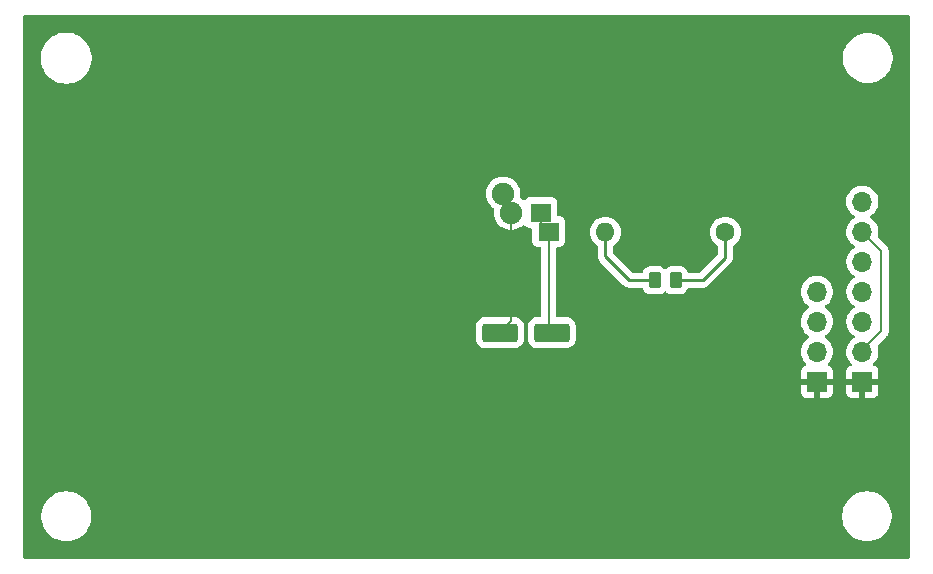
<source format=gbr>
%TF.GenerationSoftware,KiCad,Pcbnew,(6.99.0-1533-gf0f33ef1d3)*%
%TF.CreationDate,2022-04-06T09:11:22+02:00*%
%TF.ProjectId,freeDSP-aurora-extension-i2C-mod-display,66726565-4453-4502-9d61-75726f72612d,v1.2*%
%TF.SameCoordinates,Original*%
%TF.FileFunction,Copper,L1,Top*%
%TF.FilePolarity,Positive*%
%FSLAX46Y46*%
G04 Gerber Fmt 4.6, Leading zero omitted, Abs format (unit mm)*
G04 Created by KiCad (PCBNEW (6.99.0-1533-gf0f33ef1d3)) date 2022-04-06 09:11:22*
%MOMM*%
%LPD*%
G01*
G04 APERTURE LIST*
G04 Aperture macros list*
%AMRoundRect*
0 Rectangle with rounded corners*
0 $1 Rounding radius*
0 $2 $3 $4 $5 $6 $7 $8 $9 X,Y pos of 4 corners*
0 Add a 4 corners polygon primitive as box body*
4,1,4,$2,$3,$4,$5,$6,$7,$8,$9,$2,$3,0*
0 Add four circle primitives for the rounded corners*
1,1,$1+$1,$2,$3*
1,1,$1+$1,$4,$5*
1,1,$1+$1,$6,$7*
1,1,$1+$1,$8,$9*
0 Add four rect primitives between the rounded corners*
20,1,$1+$1,$2,$3,$4,$5,0*
20,1,$1+$1,$4,$5,$6,$7,0*
20,1,$1+$1,$6,$7,$8,$9,0*
20,1,$1+$1,$8,$9,$2,$3,0*%
G04 Aperture macros list end*
%TA.AperFunction,ComponentPad*%
%ADD10R,1.700000X1.700000*%
%TD*%
%TA.AperFunction,ComponentPad*%
%ADD11O,1.700000X1.700000*%
%TD*%
%TA.AperFunction,SMDPad,CuDef*%
%ADD12RoundRect,0.250000X0.262500X0.450000X-0.262500X0.450000X-0.262500X-0.450000X0.262500X-0.450000X0*%
%TD*%
%TA.AperFunction,ComponentPad*%
%ADD13R,1.800000X1.600000*%
%TD*%
%TA.AperFunction,ComponentPad*%
%ADD14C,1.900000*%
%TD*%
%TA.AperFunction,ComponentPad*%
%ADD15C,1.600000*%
%TD*%
%TA.AperFunction,ComponentPad*%
%ADD16O,1.600000X1.600000*%
%TD*%
%TA.AperFunction,SMDPad,CuDef*%
%ADD17RoundRect,0.250000X1.250000X0.550000X-1.250000X0.550000X-1.250000X-0.550000X1.250000X-0.550000X0*%
%TD*%
%TA.AperFunction,Conductor*%
%ADD18C,0.250000*%
%TD*%
%TA.AperFunction,Conductor*%
%ADD19C,0.200000*%
%TD*%
G04 APERTURE END LIST*
D10*
%TO.P,J1,1*%
%TO.N,GND*%
X165988999Y-106641999D03*
D11*
%TO.P,J1,2*%
%TO.N,N/C*%
X165988999Y-104101999D03*
%TO.P,J1,3*%
X165988999Y-101561999D03*
%TO.P,J1,4*%
X165988999Y-99021999D03*
%TD*%
D12*
%TO.P,R1,1*%
%TO.N,N/C*%
X154074500Y-98044000D03*
%TO.P,R1,2*%
X152249500Y-98044000D03*
%TD*%
D13*
%TO.P,C1,1*%
%TO.N,N/C*%
X143266613Y-93928999D03*
X142595676Y-92328999D03*
D14*
%TO.P,C1,2*%
X140095677Y-92329000D03*
X139424740Y-90729000D03*
%TD*%
D15*
%TO.P,R1,1*%
%TO.N,N/C*%
X158242000Y-93980000D03*
D16*
%TO.P,R1,2*%
X148081999Y-93979999D03*
%TD*%
D17*
%TO.P,c1,1*%
%TO.N,N/C*%
X143551000Y-102489000D03*
%TO.P,c1,2*%
X139151000Y-102489000D03*
%TD*%
D10*
%TO.P,J2,1*%
%TO.N,GND*%
X169838999Y-106641999D03*
D11*
%TO.P,J2,2*%
%TO.N,N/C*%
X169838999Y-104101999D03*
%TO.P,J2,3*%
X169838999Y-101561999D03*
%TO.P,J2,4*%
X169838999Y-99021999D03*
%TO.P,J2,5*%
X169838999Y-96481999D03*
%TO.P,J2,6*%
X169838999Y-93941999D03*
%TO.P,J2,7*%
X169838999Y-91401999D03*
%TD*%
D18*
%TO.N,*%
X154074500Y-98044000D02*
X156337000Y-98044000D01*
D19*
X171450000Y-95553000D02*
X169839000Y-93942000D01*
X171450000Y-102362000D02*
X171450000Y-95553000D01*
D18*
X152249500Y-98044000D02*
X150114000Y-98044000D01*
D19*
X142595677Y-93258063D02*
X143266614Y-93929000D01*
D18*
X156337000Y-98044000D02*
X158242000Y-96139000D01*
X150114000Y-98044000D02*
X148082000Y-96012000D01*
D19*
X169755500Y-104056500D02*
X171450000Y-102362000D01*
X143551000Y-102489000D02*
X143266614Y-102204614D01*
X143266614Y-102204614D02*
X143266614Y-93929000D01*
X142595677Y-92329000D02*
X142595677Y-93258063D01*
D18*
X158242000Y-96139000D02*
X158242000Y-93980000D01*
X148082000Y-96012000D02*
X148082000Y-93980000D01*
D19*
%TO.N,GND*%
X140095677Y-101544323D02*
X140095677Y-92329000D01*
X139424740Y-91658063D02*
X140095677Y-92329000D01*
X139151000Y-102489000D02*
X140095677Y-101544323D01*
X139424740Y-90729000D02*
X139424740Y-91658063D01*
%TD*%
%TA.AperFunction,Conductor*%
%TO.N,GND*%
G36*
X173788621Y-75585502D02*
G01*
X173835114Y-75639158D01*
X173846500Y-75691500D01*
X173846500Y-121539500D01*
X173826498Y-121607621D01*
X173772842Y-121654114D01*
X173720500Y-121665500D01*
X98932500Y-121665500D01*
X98864379Y-121645498D01*
X98817886Y-121591842D01*
X98806500Y-121539500D01*
X98806500Y-118186225D01*
X100330500Y-118186225D01*
X100369777Y-118471989D01*
X100447600Y-118749744D01*
X100562519Y-119014314D01*
X100712394Y-119260772D01*
X100894432Y-119484526D01*
X101105242Y-119681409D01*
X101340897Y-119847753D01*
X101597008Y-119980459D01*
X101868804Y-120077055D01*
X101873006Y-120077928D01*
X101873009Y-120077929D01*
X102147010Y-120134867D01*
X102147014Y-120134868D01*
X102151222Y-120135742D01*
X102155516Y-120136036D01*
X102155518Y-120136036D01*
X102364832Y-120150354D01*
X102364841Y-120150354D01*
X102366971Y-120150500D01*
X102511029Y-120150500D01*
X102513159Y-120150354D01*
X102513168Y-120150354D01*
X102722482Y-120136036D01*
X102722484Y-120136036D01*
X102726778Y-120135742D01*
X102730986Y-120134868D01*
X102730990Y-120134867D01*
X103004991Y-120077929D01*
X103004994Y-120077928D01*
X103009196Y-120077055D01*
X103280992Y-119980459D01*
X103537103Y-119847753D01*
X103772758Y-119681409D01*
X103983568Y-119484526D01*
X104165606Y-119260772D01*
X104315481Y-119014314D01*
X104430400Y-118749744D01*
X104508223Y-118471989D01*
X104547500Y-118186225D01*
X168120500Y-118186225D01*
X168159777Y-118471989D01*
X168237600Y-118749744D01*
X168352519Y-119014314D01*
X168502394Y-119260772D01*
X168684432Y-119484526D01*
X168895242Y-119681409D01*
X169130897Y-119847753D01*
X169387008Y-119980459D01*
X169658804Y-120077055D01*
X169663006Y-120077928D01*
X169663009Y-120077929D01*
X169937010Y-120134867D01*
X169937014Y-120134868D01*
X169941222Y-120135742D01*
X169945516Y-120136036D01*
X169945518Y-120136036D01*
X170154832Y-120150354D01*
X170154841Y-120150354D01*
X170156971Y-120150500D01*
X170301029Y-120150500D01*
X170303159Y-120150354D01*
X170303168Y-120150354D01*
X170512482Y-120136036D01*
X170512484Y-120136036D01*
X170516778Y-120135742D01*
X170520986Y-120134868D01*
X170520990Y-120134867D01*
X170794991Y-120077929D01*
X170794994Y-120077928D01*
X170799196Y-120077055D01*
X171070992Y-119980459D01*
X171327103Y-119847753D01*
X171562758Y-119681409D01*
X171773568Y-119484526D01*
X171955606Y-119260772D01*
X172105481Y-119014314D01*
X172220400Y-118749744D01*
X172298223Y-118471989D01*
X172337500Y-118186225D01*
X172337500Y-117897775D01*
X172298223Y-117612011D01*
X172220400Y-117334256D01*
X172105481Y-117069686D01*
X171955606Y-116823228D01*
X171773568Y-116599474D01*
X171562758Y-116402591D01*
X171327103Y-116236247D01*
X171070992Y-116103541D01*
X170799196Y-116006945D01*
X170794994Y-116006072D01*
X170794991Y-116006071D01*
X170520990Y-115949133D01*
X170520986Y-115949132D01*
X170516778Y-115948258D01*
X170512484Y-115947964D01*
X170512482Y-115947964D01*
X170303168Y-115933646D01*
X170303159Y-115933646D01*
X170301029Y-115933500D01*
X170156971Y-115933500D01*
X170154841Y-115933646D01*
X170154832Y-115933646D01*
X169945518Y-115947964D01*
X169945516Y-115947964D01*
X169941222Y-115948258D01*
X169937014Y-115949132D01*
X169937010Y-115949133D01*
X169663009Y-116006071D01*
X169663006Y-116006072D01*
X169658804Y-116006945D01*
X169387008Y-116103541D01*
X169130897Y-116236247D01*
X168895242Y-116402591D01*
X168684432Y-116599474D01*
X168502394Y-116823228D01*
X168352519Y-117069686D01*
X168237600Y-117334256D01*
X168159777Y-117612011D01*
X168120500Y-117897775D01*
X168120500Y-118186225D01*
X104547500Y-118186225D01*
X104547500Y-117897775D01*
X104508223Y-117612011D01*
X104430400Y-117334256D01*
X104315481Y-117069686D01*
X104165606Y-116823228D01*
X103983568Y-116599474D01*
X103772758Y-116402591D01*
X103537103Y-116236247D01*
X103280992Y-116103541D01*
X103009196Y-116006945D01*
X103004994Y-116006072D01*
X103004991Y-116006071D01*
X102730990Y-115949133D01*
X102730986Y-115949132D01*
X102726778Y-115948258D01*
X102722484Y-115947964D01*
X102722482Y-115947964D01*
X102513168Y-115933646D01*
X102513159Y-115933646D01*
X102511029Y-115933500D01*
X102366971Y-115933500D01*
X102364841Y-115933646D01*
X102364832Y-115933646D01*
X102155518Y-115947964D01*
X102155516Y-115947964D01*
X102151222Y-115948258D01*
X102147014Y-115949132D01*
X102147010Y-115949133D01*
X101873009Y-116006071D01*
X101873006Y-116006072D01*
X101868804Y-116006945D01*
X101597008Y-116103541D01*
X101340897Y-116236247D01*
X101105242Y-116402591D01*
X100894432Y-116599474D01*
X100712394Y-116823228D01*
X100562519Y-117069686D01*
X100447600Y-117334256D01*
X100369777Y-117612011D01*
X100330500Y-117897775D01*
X100330500Y-118186225D01*
X98806500Y-118186225D01*
X98806500Y-107537223D01*
X164631000Y-107537223D01*
X164631360Y-107543938D01*
X164636662Y-107593257D01*
X164640259Y-107608478D01*
X164685405Y-107729520D01*
X164693954Y-107745176D01*
X164770698Y-107847693D01*
X164783307Y-107860302D01*
X164885824Y-107937046D01*
X164901480Y-107945595D01*
X165022522Y-107990741D01*
X165037743Y-107994338D01*
X165087062Y-107999640D01*
X165093777Y-108000000D01*
X165716885Y-108000000D01*
X165732124Y-107995525D01*
X165733329Y-107994135D01*
X165735000Y-107986452D01*
X165735000Y-107981885D01*
X166243000Y-107981885D01*
X166247475Y-107997124D01*
X166248865Y-107998329D01*
X166256548Y-108000000D01*
X166884223Y-108000000D01*
X166890938Y-107999640D01*
X166940257Y-107994338D01*
X166955478Y-107990741D01*
X167076520Y-107945595D01*
X167092176Y-107937046D01*
X167194693Y-107860302D01*
X167207302Y-107847693D01*
X167284046Y-107745176D01*
X167292595Y-107729520D01*
X167337741Y-107608478D01*
X167341338Y-107593257D01*
X167346640Y-107543938D01*
X167347000Y-107537223D01*
X168481000Y-107537223D01*
X168481360Y-107543938D01*
X168486662Y-107593257D01*
X168490259Y-107608478D01*
X168535405Y-107729520D01*
X168543954Y-107745176D01*
X168620698Y-107847693D01*
X168633307Y-107860302D01*
X168735824Y-107937046D01*
X168751480Y-107945595D01*
X168872522Y-107990741D01*
X168887743Y-107994338D01*
X168937062Y-107999640D01*
X168943777Y-108000000D01*
X169566885Y-108000000D01*
X169582124Y-107995525D01*
X169583329Y-107994135D01*
X169585000Y-107986452D01*
X169585000Y-107981885D01*
X170093000Y-107981885D01*
X170097475Y-107997124D01*
X170098865Y-107998329D01*
X170106548Y-108000000D01*
X170734223Y-108000000D01*
X170740938Y-107999640D01*
X170790257Y-107994338D01*
X170805478Y-107990741D01*
X170926520Y-107945595D01*
X170942176Y-107937046D01*
X171044693Y-107860302D01*
X171057302Y-107847693D01*
X171134046Y-107745176D01*
X171142595Y-107729520D01*
X171187741Y-107608478D01*
X171191338Y-107593257D01*
X171196640Y-107543938D01*
X171197000Y-107537223D01*
X171197000Y-106914115D01*
X171192525Y-106898876D01*
X171191135Y-106897671D01*
X171183452Y-106896000D01*
X170111115Y-106896000D01*
X170095876Y-106900475D01*
X170094671Y-106901865D01*
X170093000Y-106909548D01*
X170093000Y-107981885D01*
X169585000Y-107981885D01*
X169585000Y-106914115D01*
X169580525Y-106898876D01*
X169579135Y-106897671D01*
X169571452Y-106896000D01*
X168499115Y-106896000D01*
X168483876Y-106900475D01*
X168482671Y-106901865D01*
X168481000Y-106909548D01*
X168481000Y-107537223D01*
X167347000Y-107537223D01*
X167347000Y-106914115D01*
X167342525Y-106898876D01*
X167341135Y-106897671D01*
X167333452Y-106896000D01*
X166261115Y-106896000D01*
X166245876Y-106900475D01*
X166244671Y-106901865D01*
X166243000Y-106909548D01*
X166243000Y-107981885D01*
X165735000Y-107981885D01*
X165735000Y-106914115D01*
X165730525Y-106898876D01*
X165729135Y-106897671D01*
X165721452Y-106896000D01*
X164649115Y-106896000D01*
X164633876Y-106900475D01*
X164632671Y-106901865D01*
X164631000Y-106909548D01*
X164631000Y-107537223D01*
X98806500Y-107537223D01*
X98806500Y-104102000D01*
X164625844Y-104102000D01*
X164644436Y-104326368D01*
X164699704Y-104544616D01*
X164790140Y-104750791D01*
X164913278Y-104939268D01*
X164916803Y-104943097D01*
X164916806Y-104943101D01*
X165056841Y-105095217D01*
X165088262Y-105158882D01*
X165080275Y-105229428D01*
X165035417Y-105284457D01*
X165008173Y-105298611D01*
X164901478Y-105338406D01*
X164885824Y-105346954D01*
X164783307Y-105423698D01*
X164770698Y-105436307D01*
X164693954Y-105538824D01*
X164685405Y-105554480D01*
X164640259Y-105675522D01*
X164636662Y-105690743D01*
X164631360Y-105740062D01*
X164631000Y-105746777D01*
X164631000Y-106369885D01*
X164635475Y-106385124D01*
X164636865Y-106386329D01*
X164644548Y-106388000D01*
X167328885Y-106388000D01*
X167344124Y-106383525D01*
X167345329Y-106382135D01*
X167347000Y-106374452D01*
X167347000Y-105746777D01*
X167346640Y-105740062D01*
X167341338Y-105690743D01*
X167337741Y-105675522D01*
X167292595Y-105554480D01*
X167284046Y-105538824D01*
X167207302Y-105436307D01*
X167194693Y-105423698D01*
X167092176Y-105346954D01*
X167076522Y-105338406D01*
X166969827Y-105298611D01*
X166912992Y-105256064D01*
X166888181Y-105189544D01*
X166903273Y-105120169D01*
X166921159Y-105095217D01*
X167061194Y-104943101D01*
X167061197Y-104943097D01*
X167064722Y-104939268D01*
X167187860Y-104750791D01*
X167278296Y-104544616D01*
X167333564Y-104326368D01*
X167352156Y-104102000D01*
X168475844Y-104102000D01*
X168494436Y-104326368D01*
X168549704Y-104544616D01*
X168640140Y-104750791D01*
X168763278Y-104939268D01*
X168766803Y-104943097D01*
X168766806Y-104943101D01*
X168906841Y-105095217D01*
X168938262Y-105158882D01*
X168930275Y-105229428D01*
X168885417Y-105284457D01*
X168858173Y-105298611D01*
X168751478Y-105338406D01*
X168735824Y-105346954D01*
X168633307Y-105423698D01*
X168620698Y-105436307D01*
X168543954Y-105538824D01*
X168535405Y-105554480D01*
X168490259Y-105675522D01*
X168486662Y-105690743D01*
X168481360Y-105740062D01*
X168481000Y-105746777D01*
X168481000Y-106369885D01*
X168485475Y-106385124D01*
X168486865Y-106386329D01*
X168494548Y-106388000D01*
X171178885Y-106388000D01*
X171194124Y-106383525D01*
X171195329Y-106382135D01*
X171197000Y-106374452D01*
X171197000Y-105746777D01*
X171196640Y-105740062D01*
X171191338Y-105690743D01*
X171187741Y-105675522D01*
X171142595Y-105554480D01*
X171134046Y-105538824D01*
X171057302Y-105436307D01*
X171044693Y-105423698D01*
X170942176Y-105346954D01*
X170926522Y-105338406D01*
X170819827Y-105298611D01*
X170762992Y-105256064D01*
X170738181Y-105189544D01*
X170753273Y-105120169D01*
X170771159Y-105095217D01*
X170911194Y-104943101D01*
X170911197Y-104943097D01*
X170914722Y-104939268D01*
X171037860Y-104750791D01*
X171128296Y-104544616D01*
X171183564Y-104326368D01*
X171202156Y-104102000D01*
X171183564Y-103877632D01*
X171163272Y-103797499D01*
X171129578Y-103664446D01*
X171129578Y-103664445D01*
X171128296Y-103659384D01*
X171126200Y-103654606D01*
X171124509Y-103649679D01*
X171126583Y-103648967D01*
X171118731Y-103587748D01*
X171154066Y-103518483D01*
X171846234Y-102826315D01*
X171858625Y-102815448D01*
X171877437Y-102801013D01*
X171883987Y-102795987D01*
X171908474Y-102764075D01*
X171908478Y-102764071D01*
X171981524Y-102668876D01*
X172042838Y-102520851D01*
X172055943Y-102421304D01*
X172058500Y-102401885D01*
X172058500Y-102401880D01*
X172063750Y-102362000D01*
X172059578Y-102330307D01*
X172058500Y-102313864D01*
X172058500Y-95601136D01*
X172059578Y-95584690D01*
X172062672Y-95561188D01*
X172063750Y-95553000D01*
X172058500Y-95513120D01*
X172058500Y-95513115D01*
X172042838Y-95394150D01*
X172040640Y-95388843D01*
X172022071Y-95344012D01*
X171998509Y-95287129D01*
X171981524Y-95246124D01*
X171974631Y-95237140D01*
X171908483Y-95150936D01*
X171908477Y-95150928D01*
X171908474Y-95150925D01*
X171883987Y-95119013D01*
X171877432Y-95113983D01*
X171858621Y-95099548D01*
X171846230Y-95088681D01*
X171181722Y-94424173D01*
X171147696Y-94361861D01*
X171148673Y-94304146D01*
X171182284Y-94171423D01*
X171182284Y-94171422D01*
X171183564Y-94166368D01*
X171202156Y-93942000D01*
X171186057Y-93747716D01*
X171183995Y-93722828D01*
X171183994Y-93722823D01*
X171183564Y-93717632D01*
X171181925Y-93711158D01*
X171129578Y-93504446D01*
X171129578Y-93504445D01*
X171128296Y-93499384D01*
X171085289Y-93401337D01*
X171039954Y-93297982D01*
X171039952Y-93297978D01*
X171037860Y-93293209D01*
X170997701Y-93231740D01*
X170917573Y-93109096D01*
X170914722Y-93104732D01*
X170911197Y-93100903D01*
X170911194Y-93100899D01*
X170765772Y-92942931D01*
X170762240Y-92939094D01*
X170638108Y-92842477D01*
X170588689Y-92804012D01*
X170588687Y-92804010D01*
X170584576Y-92800811D01*
X170551320Y-92782814D01*
X170500929Y-92732801D01*
X170485577Y-92663484D01*
X170510137Y-92596871D01*
X170551320Y-92561186D01*
X170579995Y-92545668D01*
X170584576Y-92543189D01*
X170762240Y-92404906D01*
X170836894Y-92323811D01*
X170911194Y-92243101D01*
X170911197Y-92243097D01*
X170914722Y-92239268D01*
X171010082Y-92093309D01*
X171035008Y-92055157D01*
X171035010Y-92055153D01*
X171037860Y-92050791D01*
X171067337Y-91983591D01*
X171126200Y-91849394D01*
X171128296Y-91844616D01*
X171183564Y-91626368D01*
X171195384Y-91483731D01*
X171201726Y-91407189D01*
X171202156Y-91402000D01*
X171192978Y-91291237D01*
X171183995Y-91182828D01*
X171183994Y-91182823D01*
X171183564Y-91177632D01*
X171128296Y-90959384D01*
X171037860Y-90753209D01*
X171022044Y-90729000D01*
X170917573Y-90569096D01*
X170914722Y-90564732D01*
X170911197Y-90560903D01*
X170911194Y-90560899D01*
X170765772Y-90402931D01*
X170762240Y-90399094D01*
X170584576Y-90260811D01*
X170386574Y-90153658D01*
X170173635Y-90080556D01*
X170168501Y-90079699D01*
X170168496Y-90079698D01*
X169956706Y-90044357D01*
X169956704Y-90044357D01*
X169951569Y-90043500D01*
X169726431Y-90043500D01*
X169721296Y-90044357D01*
X169721294Y-90044357D01*
X169509504Y-90079698D01*
X169509499Y-90079699D01*
X169504365Y-90080556D01*
X169291426Y-90153658D01*
X169093424Y-90260811D01*
X168915760Y-90399094D01*
X168912228Y-90402931D01*
X168766806Y-90560899D01*
X168766803Y-90560903D01*
X168763278Y-90564732D01*
X168760427Y-90569096D01*
X168655957Y-90729000D01*
X168640140Y-90753209D01*
X168549704Y-90959384D01*
X168494436Y-91177632D01*
X168494006Y-91182823D01*
X168494005Y-91182828D01*
X168485022Y-91291237D01*
X168475844Y-91402000D01*
X168476274Y-91407189D01*
X168482617Y-91483731D01*
X168494436Y-91626368D01*
X168549704Y-91844616D01*
X168551800Y-91849394D01*
X168610664Y-91983591D01*
X168640140Y-92050791D01*
X168642990Y-92055153D01*
X168642992Y-92055157D01*
X168667918Y-92093309D01*
X168763278Y-92239268D01*
X168766803Y-92243097D01*
X168766806Y-92243101D01*
X168841106Y-92323811D01*
X168915760Y-92404906D01*
X169093424Y-92543189D01*
X169098005Y-92545668D01*
X169126680Y-92561186D01*
X169177071Y-92611199D01*
X169192423Y-92680516D01*
X169167863Y-92747129D01*
X169126681Y-92782813D01*
X169093424Y-92800811D01*
X169089313Y-92804010D01*
X169089311Y-92804012D01*
X169039892Y-92842477D01*
X168915760Y-92939094D01*
X168912228Y-92942931D01*
X168766806Y-93100899D01*
X168766803Y-93100903D01*
X168763278Y-93104732D01*
X168760427Y-93109096D01*
X168680300Y-93231740D01*
X168640140Y-93293209D01*
X168638048Y-93297978D01*
X168638046Y-93297982D01*
X168592711Y-93401337D01*
X168549704Y-93499384D01*
X168548422Y-93504445D01*
X168548422Y-93504446D01*
X168496075Y-93711158D01*
X168494436Y-93717632D01*
X168494006Y-93722823D01*
X168494005Y-93722828D01*
X168491943Y-93747716D01*
X168475844Y-93942000D01*
X168476274Y-93947189D01*
X168479447Y-93985475D01*
X168494436Y-94166368D01*
X168549704Y-94384616D01*
X168640140Y-94590791D01*
X168642990Y-94595153D01*
X168642992Y-94595157D01*
X168670166Y-94636749D01*
X168763278Y-94779268D01*
X168766803Y-94783097D01*
X168766806Y-94783101D01*
X168810318Y-94830367D01*
X168915760Y-94944906D01*
X168919879Y-94948112D01*
X168963805Y-94982301D01*
X169093424Y-95083189D01*
X169120163Y-95097659D01*
X169126680Y-95101186D01*
X169177071Y-95151199D01*
X169192423Y-95220516D01*
X169167863Y-95287129D01*
X169126681Y-95322813D01*
X169093424Y-95340811D01*
X169089313Y-95344010D01*
X169089311Y-95344012D01*
X169034695Y-95386522D01*
X168915760Y-95479094D01*
X168912228Y-95482931D01*
X168766806Y-95640899D01*
X168766803Y-95640903D01*
X168763278Y-95644732D01*
X168760427Y-95649096D01*
X168694768Y-95749595D01*
X168640140Y-95833209D01*
X168638048Y-95837978D01*
X168638046Y-95837982D01*
X168588074Y-95951909D01*
X168549704Y-96039384D01*
X168548422Y-96044445D01*
X168548422Y-96044446D01*
X168514332Y-96179065D01*
X168494436Y-96257632D01*
X168494006Y-96262823D01*
X168494005Y-96262828D01*
X168481146Y-96418011D01*
X168475844Y-96482000D01*
X168477024Y-96496237D01*
X168488639Y-96636407D01*
X168494436Y-96706368D01*
X168495717Y-96711426D01*
X168495717Y-96711427D01*
X168543364Y-96899578D01*
X168549704Y-96924616D01*
X168551800Y-96929394D01*
X168631540Y-97111184D01*
X168640140Y-97130791D01*
X168763278Y-97319268D01*
X168766803Y-97323097D01*
X168766806Y-97323101D01*
X168847264Y-97410500D01*
X168915760Y-97484906D01*
X168919879Y-97488112D01*
X169087400Y-97618500D01*
X169093424Y-97623189D01*
X169098005Y-97625668D01*
X169126680Y-97641186D01*
X169177071Y-97691199D01*
X169192423Y-97760516D01*
X169167863Y-97827129D01*
X169126681Y-97862813D01*
X169093424Y-97880811D01*
X168915760Y-98019094D01*
X168912228Y-98022931D01*
X168766806Y-98180899D01*
X168766803Y-98180903D01*
X168763278Y-98184732D01*
X168640140Y-98373209D01*
X168638048Y-98377978D01*
X168638046Y-98377982D01*
X168609747Y-98442498D01*
X168549704Y-98579384D01*
X168548422Y-98584445D01*
X168548422Y-98584446D01*
X168524842Y-98677562D01*
X168494436Y-98797632D01*
X168494006Y-98802823D01*
X168494005Y-98802828D01*
X168492335Y-98822981D01*
X168475844Y-99022000D01*
X168476274Y-99027189D01*
X168493886Y-99239725D01*
X168494436Y-99246368D01*
X168495717Y-99251426D01*
X168495717Y-99251427D01*
X168495989Y-99252499D01*
X168549704Y-99464616D01*
X168640140Y-99670791D01*
X168763278Y-99859268D01*
X168766803Y-99863097D01*
X168766806Y-99863101D01*
X168836500Y-99938808D01*
X168915760Y-100024906D01*
X168919879Y-100028112D01*
X169087400Y-100158500D01*
X169093424Y-100163189D01*
X169098005Y-100165668D01*
X169126680Y-100181186D01*
X169177071Y-100231199D01*
X169192423Y-100300516D01*
X169167863Y-100367129D01*
X169126681Y-100402813D01*
X169093424Y-100420811D01*
X168915760Y-100559094D01*
X168912228Y-100562931D01*
X168766806Y-100720899D01*
X168766803Y-100720903D01*
X168763278Y-100724732D01*
X168640140Y-100913209D01*
X168549704Y-101119384D01*
X168548422Y-101124445D01*
X168548422Y-101124446D01*
X168517416Y-101246885D01*
X168494436Y-101337632D01*
X168475844Y-101562000D01*
X168476274Y-101567189D01*
X168493747Y-101778050D01*
X168494436Y-101786368D01*
X168495717Y-101791426D01*
X168495717Y-101791427D01*
X168521100Y-101891660D01*
X168549704Y-102004616D01*
X168640140Y-102210791D01*
X168642990Y-102215153D01*
X168642992Y-102215157D01*
X168732448Y-102352079D01*
X168763278Y-102399268D01*
X168766803Y-102403097D01*
X168766806Y-102403101D01*
X168867666Y-102512663D01*
X168915760Y-102564906D01*
X169093424Y-102703189D01*
X169098005Y-102705668D01*
X169126680Y-102721186D01*
X169177071Y-102771199D01*
X169192423Y-102840516D01*
X169167863Y-102907129D01*
X169126681Y-102942813D01*
X169093424Y-102960811D01*
X168915760Y-103099094D01*
X168912228Y-103102931D01*
X168766806Y-103260899D01*
X168766803Y-103260903D01*
X168763278Y-103264732D01*
X168640140Y-103453209D01*
X168638048Y-103457978D01*
X168638046Y-103457982D01*
X168614066Y-103512652D01*
X168549704Y-103659384D01*
X168548422Y-103664445D01*
X168548422Y-103664446D01*
X168514728Y-103797499D01*
X168494436Y-103877632D01*
X168475844Y-104102000D01*
X167352156Y-104102000D01*
X167333564Y-103877632D01*
X167313272Y-103797499D01*
X167279578Y-103664446D01*
X167279578Y-103664445D01*
X167278296Y-103659384D01*
X167213934Y-103512652D01*
X167189954Y-103457982D01*
X167189952Y-103457978D01*
X167187860Y-103453209D01*
X167064722Y-103264732D01*
X167061197Y-103260903D01*
X167061194Y-103260899D01*
X166915772Y-103102931D01*
X166912240Y-103099094D01*
X166734576Y-102960811D01*
X166701320Y-102942814D01*
X166650929Y-102892801D01*
X166635577Y-102823484D01*
X166660137Y-102756871D01*
X166701320Y-102721186D01*
X166729995Y-102705668D01*
X166734576Y-102703189D01*
X166912240Y-102564906D01*
X166960334Y-102512663D01*
X167061194Y-102403101D01*
X167061197Y-102403097D01*
X167064722Y-102399268D01*
X167095552Y-102352079D01*
X167185008Y-102215157D01*
X167185010Y-102215153D01*
X167187860Y-102210791D01*
X167278296Y-102004616D01*
X167306901Y-101891660D01*
X167332283Y-101791427D01*
X167332283Y-101791426D01*
X167333564Y-101786368D01*
X167334254Y-101778050D01*
X167351726Y-101567189D01*
X167352156Y-101562000D01*
X167333564Y-101337632D01*
X167310584Y-101246885D01*
X167279578Y-101124446D01*
X167279578Y-101124445D01*
X167278296Y-101119384D01*
X167187860Y-100913209D01*
X167064722Y-100724732D01*
X167061197Y-100720903D01*
X167061194Y-100720899D01*
X166915772Y-100562931D01*
X166912240Y-100559094D01*
X166734576Y-100420811D01*
X166701320Y-100402814D01*
X166650929Y-100352801D01*
X166635577Y-100283484D01*
X166660137Y-100216871D01*
X166701320Y-100181186D01*
X166729995Y-100165668D01*
X166734576Y-100163189D01*
X166740601Y-100158500D01*
X166908121Y-100028112D01*
X166912240Y-100024906D01*
X166991500Y-99938808D01*
X167061194Y-99863101D01*
X167061197Y-99863097D01*
X167064722Y-99859268D01*
X167187860Y-99670791D01*
X167278296Y-99464616D01*
X167332012Y-99252499D01*
X167332283Y-99251427D01*
X167332283Y-99251426D01*
X167333564Y-99246368D01*
X167334115Y-99239725D01*
X167351726Y-99027189D01*
X167352156Y-99022000D01*
X167335665Y-98822981D01*
X167333995Y-98802828D01*
X167333994Y-98802823D01*
X167333564Y-98797632D01*
X167303158Y-98677562D01*
X167279578Y-98584446D01*
X167279578Y-98584445D01*
X167278296Y-98579384D01*
X167218253Y-98442498D01*
X167189954Y-98377982D01*
X167189952Y-98377978D01*
X167187860Y-98373209D01*
X167064722Y-98184732D01*
X167061197Y-98180903D01*
X167061194Y-98180899D01*
X166915772Y-98022931D01*
X166912240Y-98019094D01*
X166734576Y-97880811D01*
X166536574Y-97773658D01*
X166323635Y-97700556D01*
X166318501Y-97699699D01*
X166318496Y-97699698D01*
X166106706Y-97664357D01*
X166106704Y-97664357D01*
X166101569Y-97663500D01*
X165876431Y-97663500D01*
X165871296Y-97664357D01*
X165871294Y-97664357D01*
X165659504Y-97699698D01*
X165659499Y-97699699D01*
X165654365Y-97700556D01*
X165441426Y-97773658D01*
X165243424Y-97880811D01*
X165065760Y-98019094D01*
X165062228Y-98022931D01*
X164916806Y-98180899D01*
X164916803Y-98180903D01*
X164913278Y-98184732D01*
X164790140Y-98373209D01*
X164788048Y-98377978D01*
X164788046Y-98377982D01*
X164759747Y-98442498D01*
X164699704Y-98579384D01*
X164698422Y-98584445D01*
X164698422Y-98584446D01*
X164674842Y-98677562D01*
X164644436Y-98797632D01*
X164644006Y-98802823D01*
X164644005Y-98802828D01*
X164642335Y-98822981D01*
X164625844Y-99022000D01*
X164626274Y-99027189D01*
X164643886Y-99239725D01*
X164644436Y-99246368D01*
X164645717Y-99251426D01*
X164645717Y-99251427D01*
X164645989Y-99252499D01*
X164699704Y-99464616D01*
X164790140Y-99670791D01*
X164913278Y-99859268D01*
X164916803Y-99863097D01*
X164916806Y-99863101D01*
X164986500Y-99938808D01*
X165065760Y-100024906D01*
X165069879Y-100028112D01*
X165237400Y-100158500D01*
X165243424Y-100163189D01*
X165248005Y-100165668D01*
X165276680Y-100181186D01*
X165327071Y-100231199D01*
X165342423Y-100300516D01*
X165317863Y-100367129D01*
X165276681Y-100402813D01*
X165243424Y-100420811D01*
X165065760Y-100559094D01*
X165062228Y-100562931D01*
X164916806Y-100720899D01*
X164916803Y-100720903D01*
X164913278Y-100724732D01*
X164790140Y-100913209D01*
X164699704Y-101119384D01*
X164698422Y-101124445D01*
X164698422Y-101124446D01*
X164667416Y-101246885D01*
X164644436Y-101337632D01*
X164625844Y-101562000D01*
X164626274Y-101567189D01*
X164643747Y-101778050D01*
X164644436Y-101786368D01*
X164645717Y-101791426D01*
X164645717Y-101791427D01*
X164671100Y-101891660D01*
X164699704Y-102004616D01*
X164790140Y-102210791D01*
X164792990Y-102215153D01*
X164792992Y-102215157D01*
X164882448Y-102352079D01*
X164913278Y-102399268D01*
X164916803Y-102403097D01*
X164916806Y-102403101D01*
X165017666Y-102512663D01*
X165065760Y-102564906D01*
X165243424Y-102703189D01*
X165248005Y-102705668D01*
X165276680Y-102721186D01*
X165327071Y-102771199D01*
X165342423Y-102840516D01*
X165317863Y-102907129D01*
X165276681Y-102942813D01*
X165243424Y-102960811D01*
X165065760Y-103099094D01*
X165062228Y-103102931D01*
X164916806Y-103260899D01*
X164916803Y-103260903D01*
X164913278Y-103264732D01*
X164790140Y-103453209D01*
X164788048Y-103457978D01*
X164788046Y-103457982D01*
X164764066Y-103512652D01*
X164699704Y-103659384D01*
X164698422Y-103664445D01*
X164698422Y-103664446D01*
X164664728Y-103797499D01*
X164644436Y-103877632D01*
X164625844Y-104102000D01*
X98806500Y-104102000D01*
X98806500Y-101888455D01*
X137142500Y-101888455D01*
X137142501Y-103089544D01*
X137142826Y-103092721D01*
X137142826Y-103092730D01*
X137147805Y-103141467D01*
X137153113Y-103193426D01*
X137208885Y-103361738D01*
X137301970Y-103512652D01*
X137427348Y-103638030D01*
X137433595Y-103641883D01*
X137433596Y-103641884D01*
X137446234Y-103649679D01*
X137578262Y-103731115D01*
X137641807Y-103752171D01*
X137740048Y-103784725D01*
X137740052Y-103784726D01*
X137746574Y-103786887D01*
X137753408Y-103787585D01*
X137753412Y-103787586D01*
X137847271Y-103797175D01*
X137847277Y-103797175D01*
X137850455Y-103797500D01*
X139150797Y-103797500D01*
X140451544Y-103797499D01*
X140454721Y-103797174D01*
X140454730Y-103797174D01*
X140503467Y-103792195D01*
X140555426Y-103786887D01*
X140723738Y-103731115D01*
X140855766Y-103649679D01*
X140868404Y-103641884D01*
X140868405Y-103641883D01*
X140874652Y-103638030D01*
X141000030Y-103512652D01*
X141093115Y-103361738D01*
X141148887Y-103193426D01*
X141158133Y-103102931D01*
X141159175Y-103092729D01*
X141159175Y-103092723D01*
X141159500Y-103089545D01*
X141159499Y-101888456D01*
X141148887Y-101784574D01*
X141093115Y-101616262D01*
X141000030Y-101465348D01*
X140874652Y-101339970D01*
X140723738Y-101246885D01*
X140660193Y-101225829D01*
X140561952Y-101193275D01*
X140561948Y-101193274D01*
X140555426Y-101191113D01*
X140548592Y-101190415D01*
X140548588Y-101190414D01*
X140454729Y-101180825D01*
X140454723Y-101180825D01*
X140451545Y-101180500D01*
X139151203Y-101180500D01*
X137850456Y-101180501D01*
X137847279Y-101180826D01*
X137847270Y-101180826D01*
X137798533Y-101185805D01*
X137746574Y-101191113D01*
X137578262Y-101246885D01*
X137427348Y-101339970D01*
X137301970Y-101465348D01*
X137208885Y-101616262D01*
X137153113Y-101784574D01*
X137152415Y-101791408D01*
X137152414Y-101791412D01*
X137142825Y-101885270D01*
X137142500Y-101888455D01*
X98806500Y-101888455D01*
X98806500Y-90729000D01*
X137961241Y-90729000D01*
X137981201Y-90969884D01*
X137982482Y-90974942D01*
X137982482Y-90974943D01*
X138035126Y-91182828D01*
X138040537Y-91204197D01*
X138042629Y-91208967D01*
X138042630Y-91208969D01*
X138060220Y-91249069D01*
X138137631Y-91425549D01*
X138269834Y-91627900D01*
X138433539Y-91805731D01*
X138437648Y-91808929D01*
X138437650Y-91808931D01*
X138610919Y-91943792D01*
X138652390Y-92001418D01*
X138655673Y-92074152D01*
X138653419Y-92083056D01*
X138652138Y-92088116D01*
X138632178Y-92329000D01*
X138632608Y-92334189D01*
X138650229Y-92546842D01*
X138652138Y-92569884D01*
X138653419Y-92574942D01*
X138653419Y-92574943D01*
X138709989Y-92798332D01*
X138711474Y-92804197D01*
X138808568Y-93025549D01*
X138940771Y-93227900D01*
X139104476Y-93405731D01*
X139108585Y-93408929D01*
X139108587Y-93408931D01*
X139231305Y-93504446D01*
X139295219Y-93554192D01*
X139299798Y-93556670D01*
X139299801Y-93556672D01*
X139503211Y-93666752D01*
X139503214Y-93666753D01*
X139507796Y-93669233D01*
X139736409Y-93747716D01*
X139741543Y-93748573D01*
X139741548Y-93748574D01*
X139969685Y-93786643D01*
X139969688Y-93786643D01*
X139974822Y-93787500D01*
X140216532Y-93787500D01*
X140221666Y-93786643D01*
X140221669Y-93786643D01*
X140449806Y-93748574D01*
X140449811Y-93748573D01*
X140454945Y-93747716D01*
X140683558Y-93669233D01*
X140688140Y-93666753D01*
X140688143Y-93666752D01*
X140891553Y-93556672D01*
X140891556Y-93556670D01*
X140896135Y-93554192D01*
X140960049Y-93504446D01*
X141082767Y-93408931D01*
X141082769Y-93408929D01*
X141086878Y-93405731D01*
X141090406Y-93401898D01*
X141091016Y-93401337D01*
X141154681Y-93369917D01*
X141225227Y-93377904D01*
X141277220Y-93418529D01*
X141332416Y-93492261D01*
X141339627Y-93497659D01*
X141418459Y-93556672D01*
X141449473Y-93579889D01*
X141586476Y-93630989D01*
X141623382Y-93634957D01*
X141643689Y-93637140D01*
X141643692Y-93637140D01*
X141647039Y-93637500D01*
X141732114Y-93637500D01*
X141800235Y-93657502D01*
X141846728Y-93711158D01*
X141858114Y-93763500D01*
X141858114Y-94777638D01*
X141864625Y-94838201D01*
X141915725Y-94975204D01*
X142003353Y-95092261D01*
X142010564Y-95097659D01*
X142082085Y-95151199D01*
X142120410Y-95179889D01*
X142257413Y-95230989D01*
X142294319Y-95234957D01*
X142314626Y-95237140D01*
X142314629Y-95237140D01*
X142317976Y-95237500D01*
X142532114Y-95237500D01*
X142600235Y-95257502D01*
X142646728Y-95311158D01*
X142658114Y-95363500D01*
X142658114Y-101054501D01*
X142638112Y-101122622D01*
X142584456Y-101169115D01*
X142532114Y-101180501D01*
X142250456Y-101180501D01*
X142247279Y-101180826D01*
X142247270Y-101180826D01*
X142198533Y-101185805D01*
X142146574Y-101191113D01*
X141978262Y-101246885D01*
X141827348Y-101339970D01*
X141701970Y-101465348D01*
X141608885Y-101616262D01*
X141553113Y-101784574D01*
X141552415Y-101791408D01*
X141552414Y-101791412D01*
X141542825Y-101885270D01*
X141542500Y-101888455D01*
X141542501Y-103089544D01*
X141542826Y-103092721D01*
X141542826Y-103092730D01*
X141547805Y-103141467D01*
X141553113Y-103193426D01*
X141608885Y-103361738D01*
X141701970Y-103512652D01*
X141827348Y-103638030D01*
X141833595Y-103641883D01*
X141833596Y-103641884D01*
X141846234Y-103649679D01*
X141978262Y-103731115D01*
X142041807Y-103752171D01*
X142140048Y-103784725D01*
X142140052Y-103784726D01*
X142146574Y-103786887D01*
X142153408Y-103787585D01*
X142153412Y-103787586D01*
X142247271Y-103797175D01*
X142247277Y-103797175D01*
X142250455Y-103797500D01*
X143550797Y-103797500D01*
X144851544Y-103797499D01*
X144854721Y-103797174D01*
X144854730Y-103797174D01*
X144903467Y-103792195D01*
X144955426Y-103786887D01*
X145123738Y-103731115D01*
X145255766Y-103649679D01*
X145268404Y-103641884D01*
X145268405Y-103641883D01*
X145274652Y-103638030D01*
X145400030Y-103512652D01*
X145493115Y-103361738D01*
X145548887Y-103193426D01*
X145558133Y-103102931D01*
X145559175Y-103092729D01*
X145559175Y-103092723D01*
X145559500Y-103089545D01*
X145559499Y-101888456D01*
X145548887Y-101784574D01*
X145493115Y-101616262D01*
X145400030Y-101465348D01*
X145274652Y-101339970D01*
X145123738Y-101246885D01*
X145060193Y-101225829D01*
X144961952Y-101193275D01*
X144961948Y-101193274D01*
X144955426Y-101191113D01*
X144948592Y-101190415D01*
X144948588Y-101190414D01*
X144854729Y-101180825D01*
X144854723Y-101180825D01*
X144851545Y-101180500D01*
X144001114Y-101180500D01*
X143932993Y-101160498D01*
X143886500Y-101106842D01*
X143875114Y-101054500D01*
X143875114Y-95363500D01*
X143895116Y-95295379D01*
X143948772Y-95248886D01*
X144001114Y-95237500D01*
X144215252Y-95237500D01*
X144218599Y-95237140D01*
X144218602Y-95237140D01*
X144238909Y-95234957D01*
X144275815Y-95230989D01*
X144412818Y-95179889D01*
X144451144Y-95151199D01*
X144522664Y-95097659D01*
X144529875Y-95092261D01*
X144617503Y-94975204D01*
X144668603Y-94838201D01*
X144675114Y-94777638D01*
X144675114Y-93980000D01*
X146768502Y-93980000D01*
X146788457Y-94208087D01*
X146847716Y-94429243D01*
X146850039Y-94434224D01*
X146850039Y-94434225D01*
X146942151Y-94631762D01*
X146942154Y-94631767D01*
X146944477Y-94636749D01*
X146947634Y-94641257D01*
X147045475Y-94780988D01*
X147075802Y-94824300D01*
X147237700Y-94986198D01*
X147242208Y-94989355D01*
X147242211Y-94989357D01*
X147394771Y-95096181D01*
X147439099Y-95151638D01*
X147448500Y-95199394D01*
X147448500Y-95933233D01*
X147447973Y-95944416D01*
X147446298Y-95951909D01*
X147446547Y-95959835D01*
X147446547Y-95959836D01*
X147448438Y-96019986D01*
X147448500Y-96023945D01*
X147448500Y-96051856D01*
X147448997Y-96055790D01*
X147448997Y-96055791D01*
X147449005Y-96055856D01*
X147449938Y-96067693D01*
X147451327Y-96111889D01*
X147456978Y-96131339D01*
X147460987Y-96150700D01*
X147463526Y-96170797D01*
X147466445Y-96178168D01*
X147466445Y-96178170D01*
X147479804Y-96211912D01*
X147483649Y-96223142D01*
X147495982Y-96265593D01*
X147500015Y-96272412D01*
X147500017Y-96272417D01*
X147506293Y-96283028D01*
X147514988Y-96300776D01*
X147522448Y-96319617D01*
X147527110Y-96326033D01*
X147527110Y-96326034D01*
X147548436Y-96355387D01*
X147554952Y-96365307D01*
X147564234Y-96381001D01*
X147577458Y-96403362D01*
X147591779Y-96417683D01*
X147604619Y-96432716D01*
X147616528Y-96449107D01*
X147622634Y-96454158D01*
X147650605Y-96477298D01*
X147659384Y-96485288D01*
X149610348Y-98436253D01*
X149617888Y-98444539D01*
X149622000Y-98451018D01*
X149627777Y-98456443D01*
X149671651Y-98497643D01*
X149674493Y-98500398D01*
X149694230Y-98520135D01*
X149697427Y-98522615D01*
X149706447Y-98530318D01*
X149738679Y-98560586D01*
X149745625Y-98564405D01*
X149745628Y-98564407D01*
X149756434Y-98570348D01*
X149772953Y-98581199D01*
X149788959Y-98593614D01*
X149796228Y-98596759D01*
X149796232Y-98596762D01*
X149829537Y-98611174D01*
X149840187Y-98616391D01*
X149878940Y-98637695D01*
X149886615Y-98639666D01*
X149886616Y-98639666D01*
X149898562Y-98642733D01*
X149917267Y-98649137D01*
X149935855Y-98657181D01*
X149943678Y-98658420D01*
X149943688Y-98658423D01*
X149979524Y-98664099D01*
X149991144Y-98666505D01*
X150022959Y-98674673D01*
X150033970Y-98677500D01*
X150054224Y-98677500D01*
X150073934Y-98679051D01*
X150093943Y-98682220D01*
X150101835Y-98681474D01*
X150120580Y-98679702D01*
X150137962Y-98678059D01*
X150149819Y-98677500D01*
X151157761Y-98677500D01*
X151225882Y-98697502D01*
X151272375Y-98751158D01*
X151277366Y-98763867D01*
X151294885Y-98816738D01*
X151387970Y-98967652D01*
X151513348Y-99093030D01*
X151664262Y-99186115D01*
X151727807Y-99207171D01*
X151826048Y-99239725D01*
X151826052Y-99239726D01*
X151832574Y-99241887D01*
X151839408Y-99242585D01*
X151839412Y-99242586D01*
X151933271Y-99252175D01*
X151933277Y-99252175D01*
X151936455Y-99252500D01*
X152249451Y-99252500D01*
X152562544Y-99252499D01*
X152565721Y-99252174D01*
X152565730Y-99252174D01*
X152614467Y-99247195D01*
X152666426Y-99241887D01*
X152834738Y-99186115D01*
X152985652Y-99093030D01*
X153072905Y-99005777D01*
X153135217Y-98971751D01*
X153206032Y-98976816D01*
X153251095Y-99005777D01*
X153338348Y-99093030D01*
X153489262Y-99186115D01*
X153552807Y-99207171D01*
X153651048Y-99239725D01*
X153651052Y-99239726D01*
X153657574Y-99241887D01*
X153664408Y-99242585D01*
X153664412Y-99242586D01*
X153758271Y-99252175D01*
X153758277Y-99252175D01*
X153761455Y-99252500D01*
X154074451Y-99252500D01*
X154387544Y-99252499D01*
X154390721Y-99252174D01*
X154390730Y-99252174D01*
X154439467Y-99247195D01*
X154491426Y-99241887D01*
X154659738Y-99186115D01*
X154810652Y-99093030D01*
X154936030Y-98967652D01*
X155029115Y-98816738D01*
X155046634Y-98763868D01*
X155087048Y-98705496D01*
X155152604Y-98678240D01*
X155166239Y-98677500D01*
X156258233Y-98677500D01*
X156269416Y-98678027D01*
X156276909Y-98679702D01*
X156284835Y-98679453D01*
X156284836Y-98679453D01*
X156344986Y-98677562D01*
X156348945Y-98677500D01*
X156376856Y-98677500D01*
X156380791Y-98677003D01*
X156380856Y-98676995D01*
X156392693Y-98676062D01*
X156424951Y-98675048D01*
X156428970Y-98674922D01*
X156436889Y-98674673D01*
X156456343Y-98669021D01*
X156475700Y-98665013D01*
X156487930Y-98663468D01*
X156487931Y-98663468D01*
X156495797Y-98662474D01*
X156503168Y-98659555D01*
X156503170Y-98659555D01*
X156536912Y-98646196D01*
X156548142Y-98642351D01*
X156582983Y-98632229D01*
X156582984Y-98632229D01*
X156590593Y-98630018D01*
X156597412Y-98625985D01*
X156597417Y-98625983D01*
X156608028Y-98619707D01*
X156625776Y-98611012D01*
X156644617Y-98603552D01*
X156680387Y-98577564D01*
X156690307Y-98571048D01*
X156721535Y-98552580D01*
X156721538Y-98552578D01*
X156728362Y-98548542D01*
X156742683Y-98534221D01*
X156757717Y-98521380D01*
X156767694Y-98514131D01*
X156774107Y-98509472D01*
X156802298Y-98475395D01*
X156810288Y-98466616D01*
X158634253Y-96642652D01*
X158642539Y-96635112D01*
X158649018Y-96631000D01*
X158695644Y-96581348D01*
X158698398Y-96578507D01*
X158718135Y-96558770D01*
X158720615Y-96555573D01*
X158728320Y-96546551D01*
X158753159Y-96520100D01*
X158758586Y-96514321D01*
X158762405Y-96507375D01*
X158762407Y-96507372D01*
X158768348Y-96496566D01*
X158779199Y-96480047D01*
X158786758Y-96470301D01*
X158791614Y-96464041D01*
X158794759Y-96456772D01*
X158794762Y-96456768D01*
X158809174Y-96423463D01*
X158814391Y-96412813D01*
X158835695Y-96374060D01*
X158837943Y-96365307D01*
X158840733Y-96354438D01*
X158847137Y-96335734D01*
X158852033Y-96324420D01*
X158852033Y-96324419D01*
X158855181Y-96317145D01*
X158856420Y-96309322D01*
X158856423Y-96309312D01*
X158862099Y-96273476D01*
X158864505Y-96261856D01*
X158873528Y-96226711D01*
X158873528Y-96226710D01*
X158875500Y-96219030D01*
X158875500Y-96198776D01*
X158877051Y-96179065D01*
X158878980Y-96166886D01*
X158880220Y-96159057D01*
X158876059Y-96115038D01*
X158875500Y-96103181D01*
X158875500Y-95199394D01*
X158895502Y-95131273D01*
X158929229Y-95096181D01*
X159081789Y-94989357D01*
X159081792Y-94989355D01*
X159086300Y-94986198D01*
X159248198Y-94824300D01*
X159278526Y-94780988D01*
X159376366Y-94641257D01*
X159379523Y-94636749D01*
X159381846Y-94631767D01*
X159381849Y-94631762D01*
X159473961Y-94434225D01*
X159473961Y-94434224D01*
X159476284Y-94429243D01*
X159535543Y-94208087D01*
X159555498Y-93980000D01*
X159535543Y-93751913D01*
X159527750Y-93722828D01*
X159477707Y-93536067D01*
X159477706Y-93536065D01*
X159476284Y-93530757D01*
X159401284Y-93369917D01*
X159381849Y-93328238D01*
X159381846Y-93328233D01*
X159379523Y-93323251D01*
X159248198Y-93135700D01*
X159086300Y-92973802D01*
X159081792Y-92970645D01*
X159081789Y-92970643D01*
X158956330Y-92882796D01*
X158898749Y-92842477D01*
X158893767Y-92840154D01*
X158893762Y-92840151D01*
X158696225Y-92748039D01*
X158696224Y-92748039D01*
X158691243Y-92745716D01*
X158685935Y-92744294D01*
X158685933Y-92744293D01*
X158475402Y-92687881D01*
X158475400Y-92687881D01*
X158470087Y-92686457D01*
X158242000Y-92666502D01*
X158013913Y-92686457D01*
X158008600Y-92687881D01*
X158008598Y-92687881D01*
X157798067Y-92744293D01*
X157798065Y-92744294D01*
X157792757Y-92745716D01*
X157787776Y-92748039D01*
X157787775Y-92748039D01*
X157590238Y-92840151D01*
X157590233Y-92840154D01*
X157585251Y-92842477D01*
X157527670Y-92882796D01*
X157402211Y-92970643D01*
X157402208Y-92970645D01*
X157397700Y-92973802D01*
X157235802Y-93135700D01*
X157104477Y-93323251D01*
X157102154Y-93328233D01*
X157102151Y-93328238D01*
X157082716Y-93369917D01*
X157007716Y-93530757D01*
X157006294Y-93536065D01*
X157006293Y-93536067D01*
X156956250Y-93722828D01*
X156948457Y-93751913D01*
X156928502Y-93980000D01*
X156948457Y-94208087D01*
X157007716Y-94429243D01*
X157010039Y-94434224D01*
X157010039Y-94434225D01*
X157102151Y-94631762D01*
X157102154Y-94631767D01*
X157104477Y-94636749D01*
X157107634Y-94641257D01*
X157205475Y-94780988D01*
X157235802Y-94824300D01*
X157397700Y-94986198D01*
X157402208Y-94989355D01*
X157402211Y-94989357D01*
X157554771Y-95096181D01*
X157599099Y-95151638D01*
X157608500Y-95199394D01*
X157608500Y-95824406D01*
X157588498Y-95892527D01*
X157571595Y-95913501D01*
X156111500Y-97373595D01*
X156049188Y-97407621D01*
X156022405Y-97410500D01*
X155166239Y-97410500D01*
X155098118Y-97390498D01*
X155051625Y-97336842D01*
X155046634Y-97324132D01*
X155031422Y-97278225D01*
X155029115Y-97271262D01*
X154936030Y-97120348D01*
X154810652Y-96994970D01*
X154659738Y-96901885D01*
X154596193Y-96880829D01*
X154497952Y-96848275D01*
X154497948Y-96848274D01*
X154491426Y-96846113D01*
X154484592Y-96845415D01*
X154484588Y-96845414D01*
X154390729Y-96835825D01*
X154390723Y-96835825D01*
X154387545Y-96835500D01*
X154074549Y-96835500D01*
X153761456Y-96835501D01*
X153758279Y-96835826D01*
X153758270Y-96835826D01*
X153709533Y-96840805D01*
X153657574Y-96846113D01*
X153489262Y-96901885D01*
X153338348Y-96994970D01*
X153251095Y-97082223D01*
X153188783Y-97116249D01*
X153117968Y-97111184D01*
X153072905Y-97082223D01*
X152985652Y-96994970D01*
X152834738Y-96901885D01*
X152771193Y-96880829D01*
X152672952Y-96848275D01*
X152672948Y-96848274D01*
X152666426Y-96846113D01*
X152659592Y-96845415D01*
X152659588Y-96845414D01*
X152565729Y-96835825D01*
X152565723Y-96835825D01*
X152562545Y-96835500D01*
X152249549Y-96835500D01*
X151936456Y-96835501D01*
X151933279Y-96835826D01*
X151933270Y-96835826D01*
X151884533Y-96840805D01*
X151832574Y-96846113D01*
X151664262Y-96901885D01*
X151513348Y-96994970D01*
X151387970Y-97120348D01*
X151294885Y-97271262D01*
X151292578Y-97278225D01*
X151277366Y-97324132D01*
X151236952Y-97382504D01*
X151171396Y-97409760D01*
X151157761Y-97410500D01*
X150428594Y-97410500D01*
X150360473Y-97390498D01*
X150339499Y-97373595D01*
X148752405Y-95786500D01*
X148718379Y-95724188D01*
X148715500Y-95697405D01*
X148715500Y-95199394D01*
X148735502Y-95131273D01*
X148769229Y-95096181D01*
X148921789Y-94989357D01*
X148921792Y-94989355D01*
X148926300Y-94986198D01*
X149088198Y-94824300D01*
X149118526Y-94780988D01*
X149216366Y-94641257D01*
X149219523Y-94636749D01*
X149221846Y-94631767D01*
X149221849Y-94631762D01*
X149313961Y-94434225D01*
X149313961Y-94434224D01*
X149316284Y-94429243D01*
X149375543Y-94208087D01*
X149395498Y-93980000D01*
X149375543Y-93751913D01*
X149367750Y-93722828D01*
X149317707Y-93536067D01*
X149317706Y-93536065D01*
X149316284Y-93530757D01*
X149241284Y-93369917D01*
X149221849Y-93328238D01*
X149221846Y-93328233D01*
X149219523Y-93323251D01*
X149088198Y-93135700D01*
X148926300Y-92973802D01*
X148921792Y-92970645D01*
X148921789Y-92970643D01*
X148796330Y-92882796D01*
X148738749Y-92842477D01*
X148733767Y-92840154D01*
X148733762Y-92840151D01*
X148536225Y-92748039D01*
X148536224Y-92748039D01*
X148531243Y-92745716D01*
X148525935Y-92744294D01*
X148525933Y-92744293D01*
X148315402Y-92687881D01*
X148315400Y-92687881D01*
X148310087Y-92686457D01*
X148082000Y-92666502D01*
X147853913Y-92686457D01*
X147848600Y-92687881D01*
X147848598Y-92687881D01*
X147638067Y-92744293D01*
X147638065Y-92744294D01*
X147632757Y-92745716D01*
X147627776Y-92748039D01*
X147627775Y-92748039D01*
X147430238Y-92840151D01*
X147430233Y-92840154D01*
X147425251Y-92842477D01*
X147367670Y-92882796D01*
X147242211Y-92970643D01*
X147242208Y-92970645D01*
X147237700Y-92973802D01*
X147075802Y-93135700D01*
X146944477Y-93323251D01*
X146942154Y-93328233D01*
X146942151Y-93328238D01*
X146922716Y-93369917D01*
X146847716Y-93530757D01*
X146846294Y-93536065D01*
X146846293Y-93536067D01*
X146796250Y-93722828D01*
X146788457Y-93751913D01*
X146768502Y-93980000D01*
X144675114Y-93980000D01*
X144675114Y-93080362D01*
X144668603Y-93019799D01*
X144617503Y-92882796D01*
X144587321Y-92842477D01*
X144535273Y-92772950D01*
X144529875Y-92765739D01*
X144485875Y-92732801D01*
X144420032Y-92683511D01*
X144420030Y-92683510D01*
X144412818Y-92678111D01*
X144275815Y-92627011D01*
X144238909Y-92623043D01*
X144218602Y-92620860D01*
X144218599Y-92620860D01*
X144215252Y-92620500D01*
X144130177Y-92620500D01*
X144062056Y-92600498D01*
X144015563Y-92546842D01*
X144004177Y-92494500D01*
X144004177Y-91480362D01*
X143997666Y-91419799D01*
X143946566Y-91282796D01*
X143858938Y-91165739D01*
X143741881Y-91078111D01*
X143604878Y-91027011D01*
X143567972Y-91023043D01*
X143547665Y-91020860D01*
X143547662Y-91020860D01*
X143544315Y-91020500D01*
X141647039Y-91020500D01*
X141643692Y-91020860D01*
X141643689Y-91020860D01*
X141623382Y-91023043D01*
X141586476Y-91027011D01*
X141449473Y-91078111D01*
X141332416Y-91165739D01*
X141277221Y-91239471D01*
X141220385Y-91282017D01*
X141149569Y-91287081D01*
X141091016Y-91256663D01*
X141090406Y-91256102D01*
X141086878Y-91252269D01*
X141082767Y-91249069D01*
X140909498Y-91114208D01*
X140868027Y-91056582D01*
X140864744Y-90983848D01*
X140866998Y-90974944D01*
X140866999Y-90974940D01*
X140868279Y-90969884D01*
X140888239Y-90729000D01*
X140868279Y-90488116D01*
X140844924Y-90395888D01*
X140810223Y-90258856D01*
X140810221Y-90258851D01*
X140808943Y-90253803D01*
X140711849Y-90032451D01*
X140579646Y-89830100D01*
X140415941Y-89652269D01*
X140225198Y-89503808D01*
X140220619Y-89501330D01*
X140220616Y-89501328D01*
X140017206Y-89391248D01*
X140017203Y-89391247D01*
X140012621Y-89388767D01*
X139784008Y-89310284D01*
X139778874Y-89309427D01*
X139778869Y-89309426D01*
X139550732Y-89271357D01*
X139550729Y-89271357D01*
X139545595Y-89270500D01*
X139303885Y-89270500D01*
X139298751Y-89271357D01*
X139298748Y-89271357D01*
X139070611Y-89309426D01*
X139070606Y-89309427D01*
X139065472Y-89310284D01*
X138836859Y-89388767D01*
X138832277Y-89391247D01*
X138832274Y-89391248D01*
X138628864Y-89501328D01*
X138628861Y-89501330D01*
X138624282Y-89503808D01*
X138433539Y-89652269D01*
X138269834Y-89830100D01*
X138137631Y-90032451D01*
X138040537Y-90253803D01*
X138039259Y-90258851D01*
X138039257Y-90258856D01*
X138004556Y-90395888D01*
X137981201Y-90488116D01*
X137961241Y-90729000D01*
X98806500Y-90729000D01*
X98806500Y-79389645D01*
X100280500Y-79389645D01*
X100320708Y-79682186D01*
X100400377Y-79966527D01*
X100518021Y-80237371D01*
X100520254Y-80241043D01*
X100655905Y-80464110D01*
X100671450Y-80489673D01*
X100857804Y-80718734D01*
X100860943Y-80721666D01*
X100860948Y-80721671D01*
X101070466Y-80917347D01*
X101073613Y-80920286D01*
X101314857Y-81090574D01*
X101577042Y-81226427D01*
X101855283Y-81325314D01*
X101859491Y-81326188D01*
X101859493Y-81326189D01*
X102140190Y-81384519D01*
X102140193Y-81384519D01*
X102144397Y-81385393D01*
X102148683Y-81385686D01*
X102148689Y-81385687D01*
X102363117Y-81400354D01*
X102363130Y-81400354D01*
X102365258Y-81400500D01*
X102512742Y-81400500D01*
X102514870Y-81400354D01*
X102514883Y-81400354D01*
X102729311Y-81385687D01*
X102729317Y-81385686D01*
X102733603Y-81385393D01*
X102737807Y-81384519D01*
X102737810Y-81384519D01*
X103018507Y-81326189D01*
X103018509Y-81326188D01*
X103022717Y-81325314D01*
X103300958Y-81226427D01*
X103563143Y-81090574D01*
X103804387Y-80920286D01*
X103807534Y-80917347D01*
X104017052Y-80721671D01*
X104017057Y-80721666D01*
X104020196Y-80718734D01*
X104206550Y-80489673D01*
X104222096Y-80464110D01*
X104357746Y-80241043D01*
X104359979Y-80237371D01*
X104477623Y-79966527D01*
X104557292Y-79682186D01*
X104597500Y-79389645D01*
X104597500Y-79386225D01*
X168190500Y-79386225D01*
X168229777Y-79671989D01*
X168307600Y-79949744D01*
X168422519Y-80214314D01*
X168572394Y-80460772D01*
X168754432Y-80684526D01*
X168965242Y-80881409D01*
X169200897Y-81047753D01*
X169457008Y-81180459D01*
X169728804Y-81277055D01*
X169733006Y-81277928D01*
X169733009Y-81277929D01*
X170007010Y-81334867D01*
X170007014Y-81334868D01*
X170011222Y-81335742D01*
X170015516Y-81336036D01*
X170015518Y-81336036D01*
X170224832Y-81350354D01*
X170224841Y-81350354D01*
X170226971Y-81350500D01*
X170371029Y-81350500D01*
X170373159Y-81350354D01*
X170373168Y-81350354D01*
X170582482Y-81336036D01*
X170582484Y-81336036D01*
X170586778Y-81335742D01*
X170590986Y-81334868D01*
X170590990Y-81334867D01*
X170864991Y-81277929D01*
X170864994Y-81277928D01*
X170869196Y-81277055D01*
X171140992Y-81180459D01*
X171397103Y-81047753D01*
X171632758Y-80881409D01*
X171843568Y-80684526D01*
X172025606Y-80460772D01*
X172175481Y-80214314D01*
X172290400Y-79949744D01*
X172368223Y-79671989D01*
X172407500Y-79386225D01*
X172407500Y-79097775D01*
X172368223Y-78812011D01*
X172290400Y-78534256D01*
X172175481Y-78269686D01*
X172025606Y-78023228D01*
X171843568Y-77799474D01*
X171632758Y-77602591D01*
X171397103Y-77436247D01*
X171140992Y-77303541D01*
X170869196Y-77206945D01*
X170864994Y-77206072D01*
X170864991Y-77206071D01*
X170590990Y-77149133D01*
X170590986Y-77149132D01*
X170586778Y-77148258D01*
X170582484Y-77147964D01*
X170582482Y-77147964D01*
X170373168Y-77133646D01*
X170373159Y-77133646D01*
X170371029Y-77133500D01*
X170226971Y-77133500D01*
X170224841Y-77133646D01*
X170224832Y-77133646D01*
X170015518Y-77147964D01*
X170015516Y-77147964D01*
X170011222Y-77148258D01*
X170007014Y-77149132D01*
X170007010Y-77149133D01*
X169733009Y-77206071D01*
X169733006Y-77206072D01*
X169728804Y-77206945D01*
X169457008Y-77303541D01*
X169200897Y-77436247D01*
X168965242Y-77602591D01*
X168754432Y-77799474D01*
X168572394Y-78023228D01*
X168422519Y-78269686D01*
X168307600Y-78534256D01*
X168229777Y-78812011D01*
X168190500Y-79097775D01*
X168190500Y-79386225D01*
X104597500Y-79386225D01*
X104597500Y-79094355D01*
X104557292Y-78801814D01*
X104477623Y-78517473D01*
X104359979Y-78246629D01*
X104226358Y-78026899D01*
X104208784Y-77998000D01*
X104208781Y-77997996D01*
X104206550Y-77994327D01*
X104020196Y-77765266D01*
X104017057Y-77762334D01*
X104017052Y-77762329D01*
X103807534Y-77566653D01*
X103807533Y-77566652D01*
X103804387Y-77563714D01*
X103563143Y-77393426D01*
X103300958Y-77257573D01*
X103022717Y-77158686D01*
X103018509Y-77157812D01*
X103018507Y-77157811D01*
X102737810Y-77099481D01*
X102737807Y-77099481D01*
X102733603Y-77098607D01*
X102729317Y-77098314D01*
X102729311Y-77098313D01*
X102514883Y-77083646D01*
X102514870Y-77083646D01*
X102512742Y-77083500D01*
X102365258Y-77083500D01*
X102363130Y-77083646D01*
X102363117Y-77083646D01*
X102148689Y-77098313D01*
X102148683Y-77098314D01*
X102144397Y-77098607D01*
X102140193Y-77099481D01*
X102140190Y-77099481D01*
X101859493Y-77157811D01*
X101859491Y-77157812D01*
X101855283Y-77158686D01*
X101577042Y-77257573D01*
X101314857Y-77393426D01*
X101073613Y-77563714D01*
X101070467Y-77566652D01*
X101070466Y-77566653D01*
X100860948Y-77762329D01*
X100860943Y-77762334D01*
X100857804Y-77765266D01*
X100671450Y-77994327D01*
X100669219Y-77997996D01*
X100669216Y-77998000D01*
X100651642Y-78026899D01*
X100518021Y-78246629D01*
X100400377Y-78517473D01*
X100320708Y-78801814D01*
X100280500Y-79094355D01*
X100280500Y-79389645D01*
X98806500Y-79389645D01*
X98806500Y-75691500D01*
X98826502Y-75623379D01*
X98880158Y-75576886D01*
X98932500Y-75565500D01*
X173720500Y-75565500D01*
X173788621Y-75585502D01*
G37*
%TD.AperFunction*%
%TD*%
M02*

</source>
